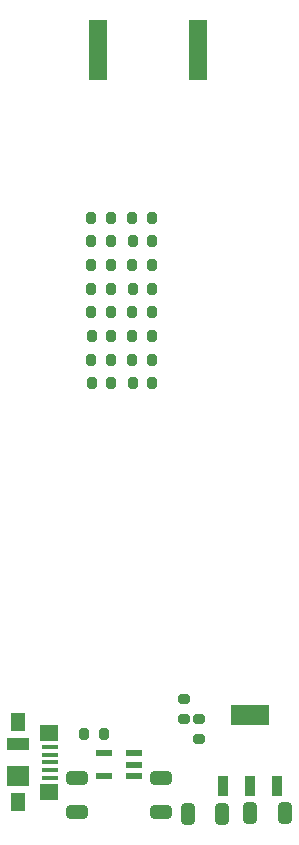
<source format=gbp>
G04 #@! TF.GenerationSoftware,KiCad,Pcbnew,(7.0.0)*
G04 #@! TF.CreationDate,2023-03-12T21:45:25+01:00*
G04 #@! TF.ProjectId,tracker,74726163-6b65-4722-9e6b-696361645f70,rev?*
G04 #@! TF.SameCoordinates,Original*
G04 #@! TF.FileFunction,Paste,Bot*
G04 #@! TF.FilePolarity,Positive*
%FSLAX46Y46*%
G04 Gerber Fmt 4.6, Leading zero omitted, Abs format (unit mm)*
G04 Created by KiCad (PCBNEW (7.0.0)) date 2023-03-12 21:45:25*
%MOMM*%
%LPD*%
G01*
G04 APERTURE LIST*
G04 Aperture macros list*
%AMRoundRect*
0 Rectangle with rounded corners*
0 $1 Rounding radius*
0 $2 $3 $4 $5 $6 $7 $8 $9 X,Y pos of 4 corners*
0 Add a 4 corners polygon primitive as box body*
4,1,4,$2,$3,$4,$5,$6,$7,$8,$9,$2,$3,0*
0 Add four circle primitives for the rounded corners*
1,1,$1+$1,$2,$3*
1,1,$1+$1,$4,$5*
1,1,$1+$1,$6,$7*
1,1,$1+$1,$8,$9*
0 Add four rect primitives between the rounded corners*
20,1,$1+$1,$2,$3,$4,$5,0*
20,1,$1+$1,$4,$5,$6,$7,0*
20,1,$1+$1,$6,$7,$8,$9,0*
20,1,$1+$1,$8,$9,$2,$3,0*%
G04 Aperture macros list end*
%ADD10RoundRect,0.200000X-0.200000X-0.275000X0.200000X-0.275000X0.200000X0.275000X-0.200000X0.275000X0*%
%ADD11R,1.380000X0.450000*%
%ADD12R,1.900000X1.800000*%
%ADD13R,1.300000X1.650000*%
%ADD14R,1.550000X1.425000*%
%ADD15R,1.900000X1.000000*%
%ADD16R,1.400000X0.600000*%
%ADD17RoundRect,0.250000X-0.650000X0.325000X-0.650000X-0.325000X0.650000X-0.325000X0.650000X0.325000X0*%
%ADD18RoundRect,0.200000X-0.275000X0.200000X-0.275000X-0.200000X0.275000X-0.200000X0.275000X0.200000X0*%
%ADD19R,1.500000X5.080000*%
%ADD20RoundRect,0.200000X0.200000X0.275000X-0.200000X0.275000X-0.200000X-0.275000X0.200000X-0.275000X0*%
%ADD21R,0.900000X1.800000*%
%ADD22R,3.200000X1.800000*%
%ADD23RoundRect,0.250000X0.325000X0.650000X-0.325000X0.650000X-0.325000X-0.650000X0.325000X-0.650000X0*%
%ADD24RoundRect,0.250000X-0.325000X-0.650000X0.325000X-0.650000X0.325000X0.650000X-0.325000X0.650000X0*%
G04 APERTURE END LIST*
D10*
G04 #@! TO.C,R5*
X137100000Y-105700000D03*
X138750000Y-105700000D03*
G04 #@! TD*
D11*
G04 #@! TO.C,J3*
X134159999Y-109399999D03*
X134159999Y-108749999D03*
X134159999Y-108099999D03*
X134159999Y-107449999D03*
X134159999Y-106799999D03*
D12*
X131499999Y-109249999D03*
D13*
X131499999Y-104724999D03*
X131499999Y-111474999D03*
D14*
X134074999Y-110587499D03*
D15*
X131499999Y-106549999D03*
D14*
X134074999Y-105612499D03*
G04 #@! TD*
D16*
G04 #@! TO.C,IC1*
X141249999Y-107349999D03*
X141249999Y-108299999D03*
X141249999Y-109249999D03*
X138749999Y-109249999D03*
X138749999Y-107349999D03*
G04 #@! TD*
D17*
G04 #@! TO.C,C8*
X136500000Y-109400000D03*
X136500000Y-112350000D03*
G04 #@! TD*
G04 #@! TO.C,C7*
X143600000Y-109400000D03*
X143600000Y-112350000D03*
G04 #@! TD*
D18*
G04 #@! TO.C,R4*
X145500000Y-104425000D03*
X145500000Y-102775000D03*
G04 #@! TD*
G04 #@! TO.C,R3*
X146800000Y-106125000D03*
X146800000Y-104475000D03*
G04 #@! TD*
D19*
G04 #@! TO.C,AE1*
X138249999Y-47799999D03*
X146749999Y-47799999D03*
G04 #@! TD*
D20*
G04 #@! TO.C,JP6*
X142815000Y-66000000D03*
X141165000Y-66000000D03*
G04 #@! TD*
G04 #@! TO.C,JP13*
X139325000Y-74000000D03*
X137675000Y-74000000D03*
G04 #@! TD*
D21*
G04 #@! TO.C,PS1*
X153399999Y-110099999D03*
X151099999Y-110099999D03*
X148799999Y-110099999D03*
D22*
X151099999Y-104099999D03*
G04 #@! TD*
D20*
G04 #@! TO.C,JP7*
X139335000Y-68000000D03*
X137685000Y-68000000D03*
G04 #@! TD*
G04 #@! TO.C,JP15*
X139345000Y-76000000D03*
X137695000Y-76000000D03*
G04 #@! TD*
D23*
G04 #@! TO.C,C6*
X148775000Y-112500000D03*
X145825000Y-112500000D03*
G04 #@! TD*
D20*
G04 #@! TO.C,JP14*
X142815000Y-74000000D03*
X141165000Y-74000000D03*
G04 #@! TD*
G04 #@! TO.C,JP12*
X142815000Y-72000000D03*
X141165000Y-72000000D03*
G04 #@! TD*
G04 #@! TO.C,JP3*
X139325000Y-64000000D03*
X137675000Y-64000000D03*
G04 #@! TD*
G04 #@! TO.C,JP5*
X139335000Y-66000000D03*
X137685000Y-66000000D03*
G04 #@! TD*
G04 #@! TO.C,JP8*
X142825000Y-68000000D03*
X141175000Y-68000000D03*
G04 #@! TD*
G04 #@! TO.C,JP11*
X139345000Y-72000000D03*
X137695000Y-72000000D03*
G04 #@! TD*
G04 #@! TO.C,JP9*
X139335000Y-70000000D03*
X137685000Y-70000000D03*
G04 #@! TD*
D24*
G04 #@! TO.C,C5*
X151125000Y-112400000D03*
X154075000Y-112400000D03*
G04 #@! TD*
D20*
G04 #@! TO.C,JP1*
X139335000Y-62000000D03*
X137685000Y-62000000D03*
G04 #@! TD*
G04 #@! TO.C,JP10*
X142815000Y-70000000D03*
X141165000Y-70000000D03*
G04 #@! TD*
G04 #@! TO.C,JP4*
X142825000Y-64000000D03*
X141175000Y-64000000D03*
G04 #@! TD*
G04 #@! TO.C,JP2*
X142815000Y-62000000D03*
X141165000Y-62000000D03*
G04 #@! TD*
G04 #@! TO.C,JP16*
X142825000Y-76000000D03*
X141175000Y-76000000D03*
G04 #@! TD*
M02*

</source>
